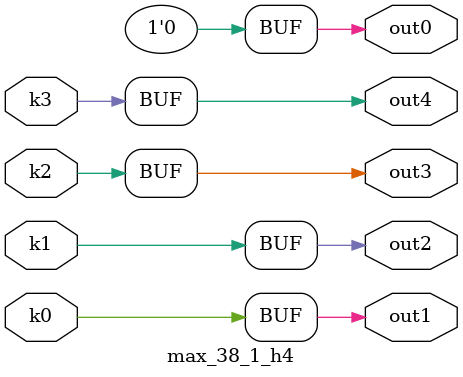
<source format=v>
module max_38_1(pi00, pi01, pi02, pi03, pi04, pi05, pi06, pi07, pi08, pi09, pi10, po0, po1, po2, po3, po4);
input pi00, pi01, pi02, pi03, pi04, pi05, pi06, pi07, pi08, pi09, pi10;
output po0, po1, po2, po3, po4;
wire k0, k1, k2, k3;
max_38_1_w4 DUT1 (pi00, pi01, pi02, pi03, pi04, pi05, pi06, pi07, pi08, pi09, pi10, k0, k1, k2, k3);
max_38_1_h4 DUT2 (k0, k1, k2, k3, po0, po1, po2, po3, po4);
endmodule

module max_38_1_w4(in10, in9, in8, in7, in6, in5, in4, in3, in2, in1, in0, k3, k2, k1, k0);
input in10, in9, in8, in7, in6, in5, in4, in3, in2, in1, in0;
output k3, k2, k1, k0;
assign k0 =   in4 ? in1 : in7;
assign k1 =   in4 ? in2 : in8;
assign k2 =   in4 ? in3 : in10;
assign k3 =   ~in5 & ((((in10 & (~in9 | ~in3)) | (~in9 & ~in3)) & (in6 | ~in0) & (in7 | ~in1) & (in8 | ~in2)) | ((in6 | ~in0) & ((in8 & ~in2 & (in7 | ~in1)) | (in7 & ~in1))) | (in6 & ~in0));
endmodule

module max_38_1_h4(k3, k2, k1, k0, out4, out3, out2, out1, out0);
input k3, k2, k1, k0;
output out4, out3, out2, out1, out0;
assign out0 = 0;
assign out1 = k0;
assign out2 = k1;
assign out3 = k2;
assign out4 = k3;
endmodule

</source>
